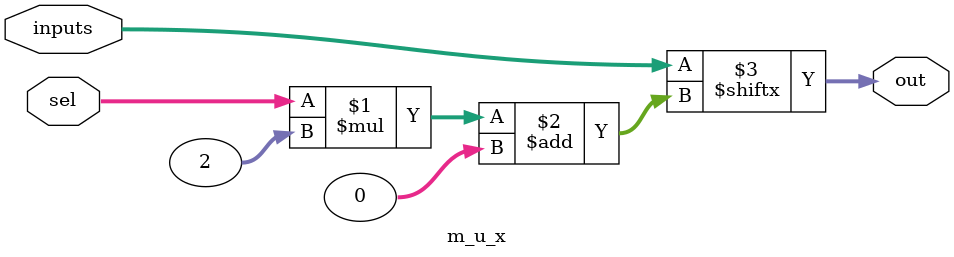
<source format=sv>
module m_u_x #(
	parameter WIDTH   = 2,
	parameter SEL_BIT = 2
) (
	input  logic [2**SEL_BIT*WIDTH-1:0] inputs, // Concatenated inputs
	input  logic [         SEL_BIT-1:0] sel   , // Selection signal
	output logic [           WIDTH-1:0] out     // Output
);

assign out = inputs[sel * WIDTH +: WIDTH];

endmodule 
</source>
